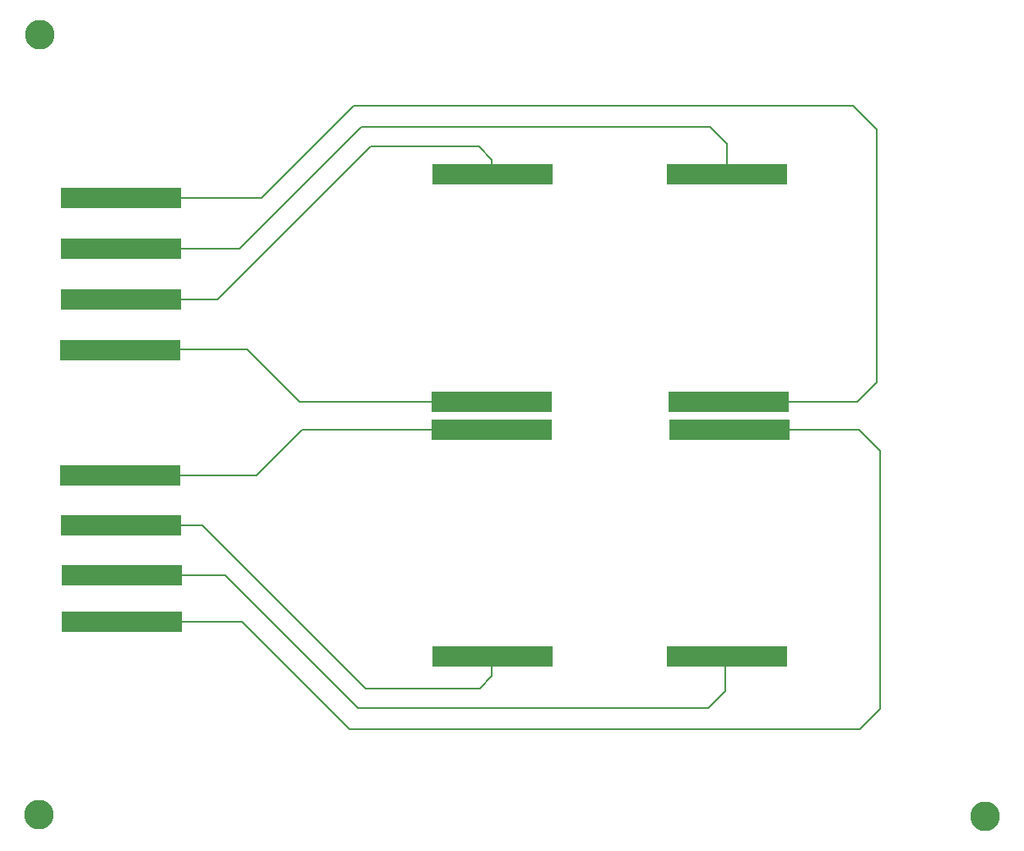
<source format=gtl>
G04 EAGLE Gerber RS-274X export*
G75*
%MOMM*%
%FSLAX34Y34*%
%LPD*%
%INTop Copper*%
%IPPOS*%
%AMOC8*
5,1,8,0,0,1.08239X$1,22.5*%
G01*
%ADD10C,2.959681*%
%ADD11R,12.000000X2.000000*%
%ADD12C,0.152400*%
%ADD13C,0.200000*%
%ADD14C,0.508000*%


D10*
X177492Y942096D03*
X176677Y161862D03*
X1122858Y160147D03*
D11*
X258691Y451093D03*
X258513Y676785D03*
X257462Y625947D03*
X630613Y802028D03*
X258875Y778992D03*
X258300Y727785D03*
X866566Y574733D03*
X865030Y802015D03*
X629063Y546612D03*
X630115Y319749D03*
X257998Y500888D03*
X864456Y320136D03*
X867133Y546677D03*
X259701Y401065D03*
X259634Y354528D03*
X629018Y574347D03*
D12*
X503114Y287897D02*
X339919Y451093D01*
X258691Y451093D01*
X503114Y287897D02*
X617134Y287897D01*
X629692Y300455D02*
X629692Y320172D01*
X629692Y300455D02*
X617134Y287897D01*
X630115Y319749D02*
X629692Y320172D01*
X629692Y323569D01*
X393699Y500888D02*
X257998Y500888D01*
X439423Y546612D02*
X629063Y546612D01*
X439423Y546612D02*
X393699Y500888D01*
X384287Y626898D02*
X258413Y626898D01*
D13*
X257462Y625947D01*
D12*
X436837Y574347D02*
X629018Y574347D01*
X436837Y574347D02*
X384287Y626898D01*
X508427Y830442D02*
X616271Y830442D01*
X629779Y816934D01*
X629779Y802861D01*
X354770Y676785D02*
X258513Y676785D01*
X354770Y676785D02*
X508427Y830442D01*
X629779Y802861D02*
X630613Y802028D01*
X362843Y401065D02*
X259701Y401065D01*
X362843Y401065D02*
X495539Y268370D01*
X863366Y319046D02*
X864456Y320136D01*
X863366Y319046D02*
X863366Y285312D01*
X846423Y268370D01*
X495539Y268370D01*
X379844Y354528D02*
X259634Y354528D01*
X379844Y354528D02*
X487331Y247041D01*
X997573Y247041D01*
X1018039Y267507D01*
X1018039Y525274D01*
X996635Y546677D02*
X867133Y546677D01*
X996635Y546677D02*
X1018039Y525274D01*
X491375Y871118D02*
X399250Y778992D01*
X258875Y778992D01*
X491375Y871118D02*
X990571Y871118D01*
X1014661Y847027D01*
X1014661Y594268D01*
X995127Y574733D02*
X866566Y574733D01*
X995127Y574733D02*
X1014661Y594268D01*
D14*
X865030Y802015D02*
X864802Y802243D01*
D12*
X864802Y832719D01*
X847522Y849998D01*
X499107Y849998D01*
X376894Y727785D02*
X258300Y727785D01*
X376894Y727785D02*
X499107Y849998D01*
M02*

</source>
